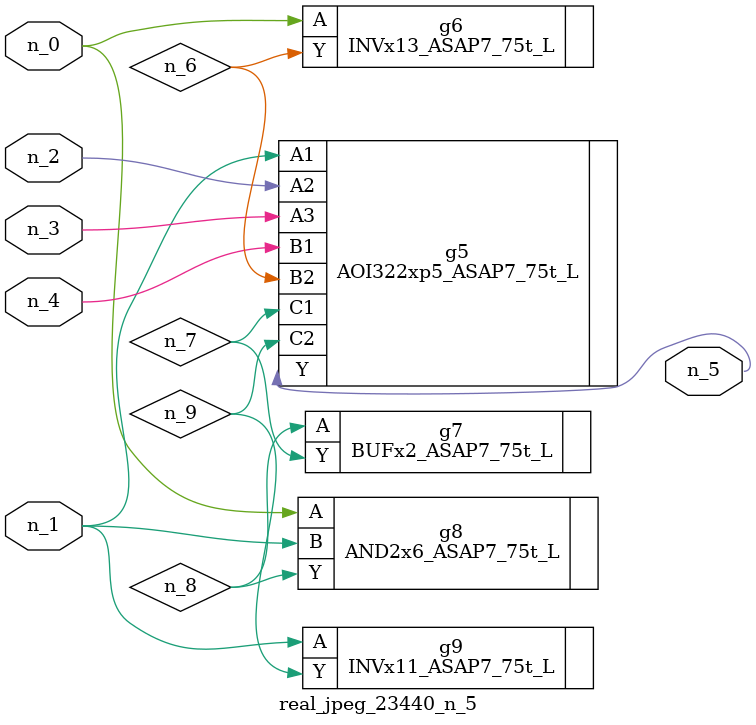
<source format=v>
module real_jpeg_23440_n_5 (n_4, n_0, n_1, n_2, n_3, n_5);

input n_4;
input n_0;
input n_1;
input n_2;
input n_3;

output n_5;

wire n_8;
wire n_6;
wire n_7;
wire n_9;

INVx13_ASAP7_75t_L g6 ( 
.A(n_0),
.Y(n_6)
);

AND2x6_ASAP7_75t_L g8 ( 
.A(n_0),
.B(n_1),
.Y(n_8)
);

AOI322xp5_ASAP7_75t_L g5 ( 
.A1(n_1),
.A2(n_2),
.A3(n_3),
.B1(n_4),
.B2(n_6),
.C1(n_7),
.C2(n_9),
.Y(n_5)
);

INVx11_ASAP7_75t_L g9 ( 
.A(n_1),
.Y(n_9)
);

BUFx2_ASAP7_75t_L g7 ( 
.A(n_8),
.Y(n_7)
);


endmodule
</source>
